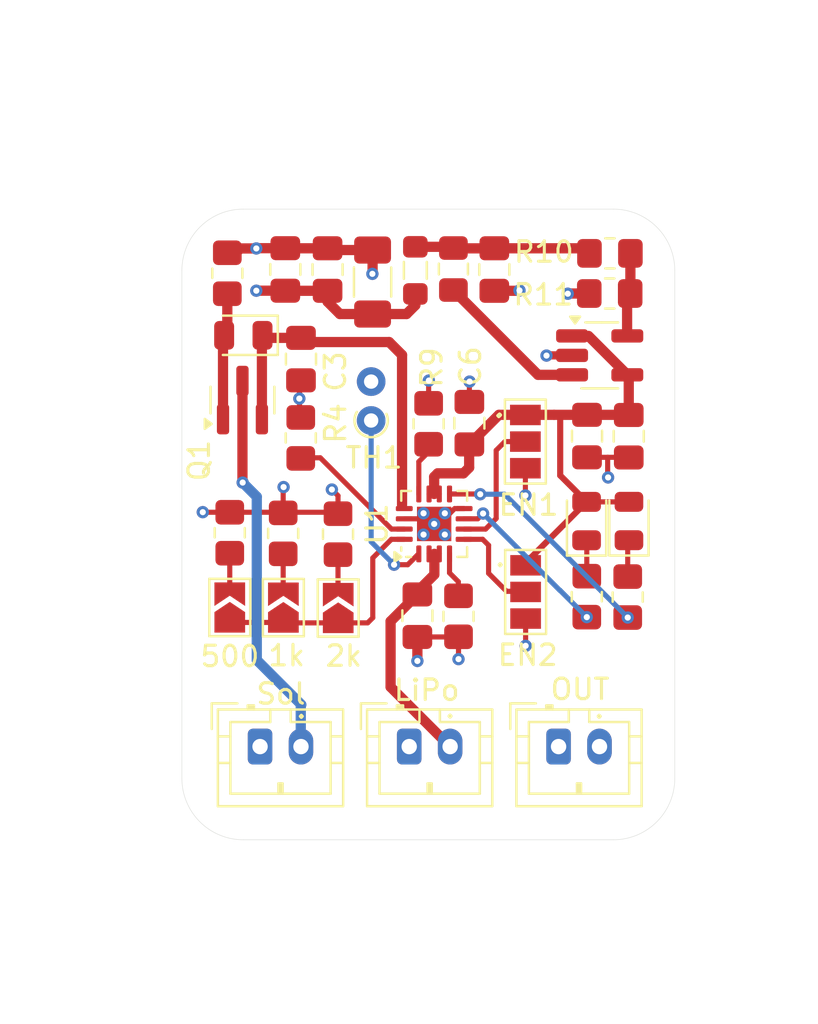
<source format=kicad_pcb>
(kicad_pcb (version 20240108) (generator "pcbnew") (generator_version "8.0")
  (layers (0 "F.Cu" signal) (1 "In1.Cu" signal) (2 "In2.Cu" signal) (31 "B.Cu" signal) (34 "B.Paste" user) (35 "F.Paste" user) (36 "B.SilkS" user "B.Silkscreen") (37 "F.SilkS" user "F.Silkscreen") (38 "B.Mask" user) (39 "F.Mask" user) (44 "Edge.Cuts" user))
  (net 0 "")
  (net 1 "/OUT")
  (net 2 "GND")
  (net 3 "/VLIPO")
  (net 4 "/VBUS")
  (net 5 "Net-(C4-Pad1)")
  (net 6 "+3.3V")
  (net 7 "Net-(D1-K)")
  (net 8 "Net-(D2-K)")
  (net 9 "Net-(JP1-B)")
  (net 10 "Net-(JP1-A)")
  (net 11 "Net-(JP2-B)")
  (net 12 "Net-(JP3-B)")
  (net 13 "Net-(JP4-C)")
  (net 14 "Net-(JP5-C)")
  (net 15 "Net-(U2-SW)")
  (net 16 "Net-(U1-ITERM)")
  (net 17 "Net-(U1-CE)")
  (net 18 "Net-(U1-CHG)")
  (net 19 "Net-(U1-PGOOD)")
  (net 20 "Net-(U1-ILIM)")
  (net 21 "Net-(U2-FB)")
  (net 22 "Net-(U1-TS)")
  (net 23 "Net-(D3-A)")
  (net 24 "Net-(J2-Pin_2)")
  (footprint "Resistor_SMD:R_0805_2012Metric_Pad1.20x1.40mm_HandSolder" (layer "F.Cu") (at 119.8 74.33 180)
    (property "Reference" "R11" (at 3.25 -0.06 180) (layer "F.SilkS"))
    (property "Value" "R" (hide yes))
    (pad "1" smd roundrect (at -1 0 180) (size 1.2 1.4) (layers "F.Cu" "F.Paste" "F.Mask") (roundrect_rratio 0.208333) (net 21 "Net-(U2-FB)"))
    (pad "2" smd roundrect (at 1 0 180) (size 1.2 1.4) (layers "F.Cu" "F.Paste" "F.Mask") (roundrect_rratio 0.208333) (net 2 "GND"))
  )
  (footprint "Package_TO_SOT_SMD:SOT-23-5_HandSoldering" (layer "F.Cu") (at 119.31 77.35)
    (property "Reference" "U2" (hide yes))
    (property "Value" "M3406-ADJ" (hide yes))
    (pad "1" smd roundrect (at -1.35 -0.95) (size 1.56 0.65) (layers "F.Cu" "F.Paste" "F.Mask") (net 1 "/OUT"))
    (pad "2" smd roundrect (at -1.35 0) (size 1.56 0.65) (layers "F.Cu" "F.Paste" "F.Mask") (net 2 "GND"))
    (pad "3" smd roundrect (at -1.35 0.95) (size 1.56 0.65) (layers "F.Cu" "F.Paste" "F.Mask") (net 15 "Net-(U2-SW)"))
    (pad "4" smd roundrect (at 1.35 0.95) (size 1.56 0.65) (layers "F.Cu" "F.Paste" "F.Mask") (net 1 "/OUT"))
    (pad "5" smd roundrect (at 1.35 -0.95) (size 1.56 0.65) (layers "F.Cu" "F.Paste" "F.Mask") (net 21 "Net-(U2-FB)"))
  )
  (footprint "Resistor_SMD:R_0805_2012Metric_Pad1.20x1.40mm_HandSolder" (layer "F.Cu") (at 103.84 86.04 -90)
    (property "Reference" "R2" (hide yes))
    (property "Value" "1k" (hide yes))
    (pad "1" smd roundrect (at -1 0 270) (size 1.2 1.4) (layers "F.Cu" "F.Paste" "F.Mask") (roundrect_rratio 0.208333) (net 2 "GND"))
    (pad "2" smd roundrect (at 1 0 270) (size 1.2 1.4) (layers "F.Cu" "F.Paste" "F.Mask") (roundrect_rratio 0.208333) (net 11 "Net-(JP2-B)"))
  )
  (footprint "Capacitor_SMD:C_0805_2012Metric_Pad1.18x1.45mm_HandSolder" (layer "F.Cu") (at 118.69 81.29 -90)
    (property "Reference" "C5" (hide yes))
    (property "Value" "0.1uF" (hide yes))
    (pad "1" smd roundrect (at -1.0375 0 270) (size 1.175 1.45) (layers "F.Cu" "F.Paste" "F.Mask") (roundrect_rratio 0.212766) (net 1 "/OUT"))
    (pad "2" smd roundrect (at 1.0375 0 270) (size 1.175 1.45) (layers "F.Cu" "F.Paste" "F.Mask") (roundrect_rratio 0.212766) (net 2 "GND"))
  )
  (footprint "Resistor_SMD:R_0805_2012Metric_Pad1.20x1.40mm_HandSolder" (layer "F.Cu") (at 110.95 80.69 -90)
    (property "Reference" "R9" (at -2.75 -0.15 90) (layer "F.SilkS"))
    (property "Value" "1k" (hide yes))
    (pad "1" smd roundrect (at -1 0 270) (size 1.2 1.4) (layers "F.Cu" "F.Paste" "F.Mask") (roundrect_rratio 0.208333) (net 2 "GND"))
    (pad "2" smd roundrect (at 1 0 270) (size 1.2 1.4) (layers "F.Cu" "F.Paste" "F.Mask") (roundrect_rratio 0.208333) (net 20 "Net-(U1-ILIM)"))
  )
  (footprint "Resistor_SMD:R_0805_2012Metric_Pad1.20x1.40mm_HandSolder" (layer "F.Cu") (at 120.68 89.15 90)
    (property "Reference" "R6" (hide yes))
    (property "Value" "10k" (hide yes))
    (pad "1" smd roundrect (at -1 0 90) (size 1.2 1.4) (layers "F.Cu" "F.Paste" "F.Mask") (roundrect_rratio 0.208333) (net 18 "Net-(U1-CHG)"))
    (pad "2" smd roundrect (at 1 0 90) (size 1.2 1.4) (layers "F.Cu" "F.Paste" "F.Mask") (roundrect_rratio 0.208333) (net 8 "Net-(D2-K)"))
  )
  (footprint "Capacitor_SMD:C_0805_2012Metric_Pad1.18x1.45mm_HandSolder" (layer "F.Cu") (at 104.71 77.5325 -90)
    (property "Reference" "C3" (at 0.6075 -1.68 90) (layer "F.SilkS"))
    (property "Value" "42uF" (hide yes))
    (pad "1" smd roundrect (at -1.0375 0 270) (size 1.175 1.45) (layers "F.Cu" "F.Paste" "F.Mask") (roundrect_rratio 0.212766) (net 4 "/VBUS"))
    (pad "2" smd roundrect (at 1.0375 0 270) (size 1.175 1.45) (layers "F.Cu" "F.Paste" "F.Mask") (roundrect_rratio 0.212766) (net 2 "GND"))
  )
  (footprint "Inductor_SMD:L_0805_2012Metric_Pad1.05x1.20mm_HandSolder" (layer "F.Cu") (at 110.3 73.2 -90)
    (property "Reference" "FB2" (hide yes))
    (property "Value" "FerriteBead_Small" (hide yes))
    (pad "1" smd roundrect (at -1.15 0 270) (size 1.05 1.2) (layers "F.Cu" "F.Paste" "F.Mask") (roundrect_rratio 0.238095) (net 5 "Net-(C4-Pad1)"))
    (pad "2" smd roundrect (at 1.15 0 270) (size 1.05 1.2) (layers "F.Cu" "F.Paste" "F.Mask") (roundrect_rratio 0.238095) (net 6 "+3.3V"))
  )
  (footprint "Connector_JST:JST_PH_B2B-PH-K_1x02_P2.00mm_Vertical" (layer "F.Cu") (at 102.71 96.45)
    (property "Reference" "J2" (hide yes))
    (property "Value" "Conn_01x02_Pin" (hide yes))
    (pad "1" thru_hole roundrect (at 0 0) (size 1.2 1.75) (drill 0.75) (layers "*.Cu" "*.Mask") (roundrect_rratio 0.208333) (net 2 "GND"))
    (pad "2" thru_hole oval (at 2 0) (size 1.2 1.75) (drill 0.75) (layers "*.Cu" "*.Mask") (net 24 "Net-(J2-Pin_2)"))
  )
  (footprint "Package_TO_SOT_SMD:SOT-23" (layer "F.Cu") (at 101.85 79.5325 90)
    (property "Reference" "Q1" (at -2.95 -2.12 -90) (layer "F.SilkS"))
    (property "Value" "AO3401A" (hide yes))
    (pad "1" smd roundrect (at -0.9375 -0.95 90) (size 1.475 0.6) (layers "F.Cu" "F.Paste" "F.Mask") (net 23 "Net-(D3-A)"))
    (pad "2" smd roundrect (at -0.9375 0.95 90) (size 1.475 0.6) (layers "F.Cu" "F.Paste" "F.Mask") (net 4 "/VBUS"))
    (pad "3" smd roundrect (at 0.9375 0 90) (size 1.475 0.6) (layers "F.Cu" "F.Paste" "F.Mask") (net 24 "Net-(J2-Pin_2)"))
  )
  (footprint "Diode_SMD:D_0805_2012Metric" (layer "F.Cu") (at 101.8925 76.37 180)
    (property "Reference" "D3" (hide yes))
    (property "Value" "D_Schottky" (hide yes))
    (pad "1" smd roundrect (at -0.9375 0 180) (size 0.975 1.4) (layers "F.Cu" "F.Paste" "F.Mask") (net 4 "/VBUS"))
    (pad "2" smd roundrect (at 0.9375 0 180) (size 0.975 1.4) (layers "F.Cu" "F.Paste" "F.Mask") (net 23 "Net-(D3-A)"))
  )
  (footprint "Capacitor_SMD:C_0805_2012Metric_Pad1.18x1.45mm_HandSolder" (layer "F.Cu") (at 103.945 73.155 90)
    (property "Reference" "C7" (hide yes))
    (property "Value" "1uF" (hide yes))
    (pad "1" smd roundrect (at -1.0375 0 90) (size 1.175 1.45) (layers "F.Cu" "F.Paste" "F.Mask") (roundrect_rratio 0.212766) (net 6 "+3.3V"))
    (pad "2" smd roundrect (at 1.0375 0 90) (size 1.175 1.45) (layers "F.Cu" "F.Paste" "F.Mask") (roundrect_rratio 0.212766) (net 2 "GND"))
  )
  (footprint "Package_DFN_QFN:VQFN-16-1EP_3x3mm_P0.5mm_EP1.68x1.68mm" (layer "F.Cu") (at 111.22 85.58 90)
    (property "Reference" "U1" (at -0.005 -2.8 90) (layer "F.SilkS"))
    (property "Value" "BQ24074" (hide yes))
    (pad "1" smd roundrect (at -1.4625 -0.75 90) (size 0.825 0.25) (layers "F.Cu" "F.Paste" "F.Mask") (net 22 "Net-(U1-TS)"))
    (pad "2" smd roundrect (at -1.4625 -0.25 90) (size 0.825 0.25) (layers "F.Cu" "F.Paste" "F.Mask") (net 3 "/VLIPO"))
    (pad "3" smd roundrect (at -1.4625 0.25 90) (size 0.825 0.25) (layers "F.Cu" "F.Paste" "F.Mask") (net 3 "/VLIPO"))
    (pad "4" smd roundrect (at -1.4625 0.75 90) (size 0.825 0.25) (layers "F.Cu" "F.Paste" "F.Mask") (net 17 "Net-(U1-CE)"))
    (pad "5" smd roundrect (at -0.75 1.4625 90) (size 0.25 0.825) (layers "F.Cu" "F.Paste" "F.Mask") (net 14 "Net-(JP5-C)"))
    (pad "6" smd roundrect (at -0.25 1.4625 90) (size 0.25 0.825) (layers "F.Cu" "F.Paste" "F.Mask") (net 13 "Net-(JP4-C)"))
    (pad "7" smd roundrect (at 0.25 1.4625 90) (size 0.25 0.825) (layers "F.Cu" "F.Paste" "F.Mask") (net 19 "Net-(U1-PGOOD)"))
    (pad "8" smd roundrect (at 0.75 1.4625 90) (size 0.25 0.825) (layers "F.Cu" "F.Paste" "F.Mask") (net 2 "GND"))
    (pad "9" smd roundrect (at 1.4625 0.75 90) (size 0.825 0.25) (layers "F.Cu" "F.Paste" "F.Mask") (net 18 "Net-(U1-CHG)"))
    (pad "10" smd roundrect (at 1.4625 0.25 90) (size 0.825 0.25) (layers "F.Cu" "F.Paste" "F.Mask") (net 1 "/OUT"))
    (pad "11" smd roundrect (at 1.4625 -0.25 90) (size 0.825 0.25) (layers "F.Cu" "F.Paste" "F.Mask") (net 1 "/OUT"))
    (pad "12" smd roundrect (at 1.4625 -0.75 90) (size 0.825 0.25) (layers "F.Cu" "F.Paste" "F.Mask") (net 20 "Net-(U1-ILIM)"))
    (pad "13" smd roundrect (at 0.75 -1.4625 90) (size 0.25 0.825) (layers "F.Cu" "F.Paste" "F.Mask") (net 4 "/VBUS"))
    (pad "14" smd roundrect (at 0.25 -1.4625 90) (size 0.25 0.825) (layers "F.Cu" "F.Paste" "F.Mask") (net 2 "GND"))
    (pad "15" smd roundrect (at -0.25 -1.4625 90) (size 0.25 0.825) (layers "F.Cu" "F.Paste" "F.Mask") (net 16 "Net-(U1-ITERM)"))
    (pad "16" smd roundrect (at -0.75 -1.4625 90) (size 0.25 0.825) (layers "F.Cu" "F.Paste" "F.Mask") (net 10 "Net-(JP1-A)"))
    (pad "17" smd rect (at 0 0 90) (size 1.68 1.68) (property pad_prop_heatsink) (layers "F.Cu" "F.Mask") (net 2 "GND"))
  )
  (footprint "Resistor_THT:R_Axial_DIN0204_L3.6mm_D1.6mm_P1.90mm_Vertical" (layer "F.Cu") (at 108.14 80.53 90)
    (property "Reference" "TH1" (at -1.82 0.14 0) (layer "F.SilkS"))
    (property "Value" "Thermistor" (hide yes))
    (pad "1" thru_hole circle (at 0 0 90) (size 1.4 1.4) (drill 0.7) (layers "*.Cu" "*.Mask") (net 22 "Net-(U1-TS)"))
    (pad "2" thru_hole oval (at 1.9 0 90) (size 1.4 1.4) (drill 0.7) (layers "*.Cu" "*.Mask") (net 2 "GND"))
  )
  (footprint "Capacitor_SMD:C_0805_2012Metric_Pad1.18x1.45mm_HandSolder" (layer "F.Cu") (at 120.73 81.2975 -90)
    (property "Reference" "C1" (hide yes))
    (property "Value" "4.7uF" (hide yes))
    (pad "1" smd roundrect (at -1.0375 0 270) (size 1.175 1.45) (layers "F.Cu" "F.Paste" "F.Mask") (roundrect_rratio 0.212766) (net 1 "/OUT"))
    (pad "2" smd roundrect (at 1.0375 0 270) (size 1.175 1.45) (layers "F.Cu" "F.Paste" "F.Mask") (roundrect_rratio 0.212766) (net 2 "GND"))
  )
  (footprint "Capacitor_SMD:C_0805_2012Metric_Pad1.18x1.45mm_HandSolder" (layer "F.Cu") (at 110.4 90.06 90)
    (property "Reference" "C2" (hide yes))
    (property "Value" "1uF" (hide yes))
    (pad "1" smd roundrect (at -1.0375 0 90) (size 1.175 1.45) (layers "F.Cu" "F.Paste" "F.Mask") (roundrect_rratio 0.212766) (net 2 "GND"))
    (pad "2" smd roundrect (at 1.0375 0 90) (size 1.175 1.45) (layers "F.Cu" "F.Paste" "F.Mask") (roundrect_rratio 0.212766) (net 3 "/VLIPO"))
  )
  (footprint "Capacitor_SMD:C_0805_2012Metric_Pad1.18x1.45mm_HandSolder" (layer "F.Cu") (at 114.16 73.16 -90)
    (property "Reference" "C4" (hide yes))
    (property "Value" "10uF" (hide yes))
    (pad "1" smd roundrect (at -1.0375 0 270) (size 1.175 1.45) (layers "F.Cu" "F.Paste" "F.Mask") (roundrect_rratio 0.212766) (net 5 "Net-(C4-Pad1)"))
    (pad "2" smd roundrect (at 1.0375 0 270) (size 1.175 1.45) (layers "F.Cu" "F.Paste" "F.Mask") (roundrect_rratio 0.212766) (net 2 "GND"))
  )
  (footprint "Capacitor_SMD:C_0805_2012Metric_Pad1.18x1.45mm_HandSolder" (layer "F.Cu") (at 112.94 80.66 -90)
    (property "Reference" "C6" (at -2.77 -0.05 90) (layer "F.SilkS"))
    (property "Value" "1uF" (hide yes))
    (pad "1" smd roundrect (at -1.0375 0 270) (size 1.175 1.45) (layers "F.Cu" "F.Paste" "F.Mask") (roundrect_rratio 0.212766) (net 2 "GND"))
    (pad "2" smd roundrect (at 1.0375 0 270) (size 1.175 1.45) (layers "F.Cu" "F.Paste" "F.Mask") (roundrect_rratio 0.212766) (net 1 "/OUT"))
  )
  (footprint "Resistor_SMD:R_0805_2012Metric_Pad1.20x1.40mm_HandSolder" (layer "F.Cu") (at 101.11 73.34 -90)
    (property "Reference" "R8" (hide yes))
    (property "Value" "100k" (hide yes))
    (pad "1" smd roundrect (at -1 0 270) (size 1.2 1.4) (layers "F.Cu" "F.Paste" "F.Mask") (roundrect_rratio 0.208333) (net 2 "GND"))
    (pad "2" smd roundrect (at 1 0 270) (size 1.2 1.4) (layers "F.Cu" "F.Paste" "F.Mask") (roundrect_rratio 0.208333) (net 23 "Net-(D3-A)"))
  )
  (footprint "Jumper:SolderJumper-3_P1.3mm_Open_Pad1.0x1.5mm_NumberLabels" (layer "F.Cu") (at 115.69 88.9 90)
    (property "Reference" "JP5" (hide yes))
    (property "Value" "SolderJumper_3_Open" (hide yes))
    (pad "1" smd rect (at -1.3 0 90) (size 1 1.5) (layers "F.Cu" "F.Mask") (net 2 "GND"))
    (pad "2" smd rect (at 0 0 90) (size 1 1.5) (layers "F.Cu" "F.Mask") (net 14 "Net-(JP5-C)"))
    (pad "3" smd rect (at 1.3 0 90) (size 1 1.5) (layers "F.Cu" "F.Mask") (net 1 "/OUT"))
  )
  (footprint "Jumper:SolderJumper-2_P1.3mm_Open_TrianglePad1.0x1.5mm" (layer "F.Cu") (at 103.85 89.665 90)
    (property "Reference" "JP2" (hide yes))
    (property "Value" "SolderJumper_2_Open" (hide yes))
    (pad "1" smd custom (at -0.725 0 90) (size 0.3 0.3) (layers "F.Cu" "F.Mask") (net 10 "Net-(JP1-A)") (options (clearance outline) (anchor rect)) (primitives (gr_poly (pts (xy 1 0) (xy 0.5 0.75) (xy -0.5 0.75) (xy -0.5 -0.75) (xy 0.5 -0.75)) (width 0) (fill yes))))
    (pad "2" smd custom (at 0.725 0 90) (size 0.3 0.3) (layers "F.Cu" "F.Mask") (net 11 "Net-(JP2-B)") (options (clearance outline) (anchor rect)) (primitives (gr_poly (pts (xy 0.5 0.75) (xy -0.65 0.75) (xy -0.15 0) (xy -0.65 -0.75) (xy 0.5 -0.75)) (width 0) (fill yes))))
  )
  (footprint "Capacitor_SMD:C_1206_3216Metric_Pad1.33x1.80mm_HandSolder" (layer "F.Cu") (at 108.21 73.77 90)
    (property "Reference" "C9" (hide yes))
    (property "Value" "100uF" (hide yes))
    (pad "1" smd roundrect (at -1.5625 0 90) (size 1.325 1.8) (layers "F.Cu" "F.Paste" "F.Mask") (roundrect_rratio 0.188679) (net 6 "+3.3V"))
    (pad "2" smd roundrect (at 1.5625 0 90) (size 1.325 1.8) (layers "F.Cu" "F.Paste" "F.Mask") (roundrect_rratio 0.188679) (net 2 "GND"))
  )
  (footprint "Resistor_SMD:R_0805_2012Metric_Pad1.20x1.40mm_HandSolder" (layer "F.Cu") (at 101.23 86.01 -90)
    (property "Reference" "R1" (hide yes))
    (property "Value" "590" (hide yes))
    (pad "1" smd roundrect (at -1 0 270) (size 1.2 1.4) (layers "F.Cu" "F.Paste" "F.Mask") (roundrect_rratio 0.208333) (net 2 "GND"))
    (pad "2" smd roundrect (at 1 0 270) (size 1.2 1.4) (layers "F.Cu" "F.Paste" "F.Mask") (roundrect_rratio 0.208333) (net 9 "Net-(JP1-B)"))
  )
  (footprint "LED_SMD:LED_0805_2012Metric" (layer "F.Cu") (at 118.67 85.44 90)
    (property "Reference" "D1" (hide yes))
    (property "Value" "LED" (hide yes))
    (pad "1" smd roundrect (at -0.9375 0 90) (size 0.975 1.4) (layers "F.Cu" "F.Paste" "F.Mask") (net 7 "Net-(D1-K)"))
    (pad "2" smd roundrect (at 0.9375 0 90) (size 0.975 1.4) (layers "F.Cu" "F.Paste" "F.Mask") (net 1 "/OUT"))
  )
  (footprint "Jumper:SolderJumper-2_P1.3mm_Open_TrianglePad1.0x1.5mm" (layer "F.Cu") (at 106.53 89.685 90)
    (property "Reference" "JP3" (hide yes))
    (property "Value" "SolderJumper_2_Open" (hide yes))
    (pad "1" smd custom (at -0.725 0 90) (size 0.3 0.3) (layers "F.Cu" "F.Mask") (net 10 "Net-(JP1-A)") (options (clearance outline) (anchor rect)) (primitives (gr_poly (pts (xy 1 0) (xy 0.5 0.75) (xy -0.5 0.75) (xy -0.5 -0.75) (xy 0.5 -0.75)) (width 0) (fill yes))))
    (pad "2" smd custom (at 0.725 0 90) (size 0.3 0.3) (layers "F.Cu" "F.Mask") (net 12 "Net-(JP3-B)") (options (clearance outline) (anchor rect)) (primitives (gr_poly (pts (xy 0.5 0.75) (xy -0.65 0.75) (xy -0.15 0) (xy -0.65 -0.75) (xy 0.5 -0.75)) (width 0) (fill yes))))
  )
  (footprint "Resistor_SMD:R_0805_2012Metric_Pad1.20x1.40mm_HandSolder" (layer "F.Cu") (at 119.81 72.37)
    (property "Reference" "R10" (at -3.23 -0.07 180) (layer "F.SilkS"))
    (property "Value" "R" (hide yes))
    (pad "1" smd roundrect (at -1 0) (size 1.2 1.4) (layers "F.Cu" "F.Paste" "F.Mask") (roundrect_rratio 0.208333) (net 5 "Net-(C4-Pad1)"))
    (pad "2" smd roundrect (at 1 0) (size 1.2 1.4) (layers "F.Cu" "F.Paste" "F.Mask") (roundrect_rratio 0.208333) (net 21 "Net-(U2-FB)"))
  )
  (footprint "Resistor_SMD:R_0805_2012Metric_Pad1.20x1.40mm_HandSolder" (layer "F.Cu") (at 106.52 86.08 -90)
    (property "Reference" "R3" (hide yes))
    (property "Value" "2k" (hide yes))
    (pad "1" smd roundrect (at -1 0 270) (size 1.2 1.4) (layers "F.Cu" "F.Paste" "F.Mask") (roundrect_rratio 0.208333) (net 2 "GND"))
    (pad "2" smd roundrect (at 1 0 270) (size 1.2 1.4) (layers "F.Cu" "F.Paste" "F.Mask") (roundrect_rratio 0.208333) (net 12 "Net-(JP3-B)"))
  )
  (footprint "Connector_JST:JST_PH_B2B-PH-K_1x02_P2.00mm_Vertical" (layer "F.Cu") (at 117.3 96.45)
    (property "Reference" "J3" (hide yes))
    (property "Value" "Conn_01x02_Pin" (hide yes))
    (pad "1" thru_hole roundrect (at 0 0) (size 1.2 1.75) (drill 0.75) (layers "*.Cu" "*.Mask") (roundrect_rratio 0.208333) (net 2 "GND"))
    (pad "2" thru_hole oval (at 2 0) (size 1.2 1.75) (drill 0.75) (layers "*.Cu" "*.Mask") (net 6 "+3.3V"))
  )
  (footprint "Jumper:SolderJumper-2_P1.3mm_Open_TrianglePad1.0x1.5mm" (layer "F.Cu") (at 101.23 89.66 90)
    (property "Reference" "JP1" (hide yes))
    (property "Value" "SolderJumper_2_Open" (hide yes))
    (pad "1" smd custom (at -0.725 0 90) (size 0.3 0.3) (layers "F.Cu" "F.Mask") (net 10 "Net-(JP1-A)") (options (clearance outline) (anchor rect)) (primitives (gr_poly (pts (xy 1 0) (xy 0.5 0.75) (xy -0.5 0.75) (xy -0.5 -0.75) (xy 0.5 -0.75)) (width 0) (fill yes))))
    (pad "2" smd custom (at 0.725 0 90) (size 0.3 0.3) (layers "F.Cu" "F.Mask") (net 9 "Net-(JP1-B)") (options (clearance outline) (anchor rect)) (primitives (gr_poly (pts (xy 0.5 0.75) (xy -0.65 0.75) (xy -0.15 0) (xy -0.65 -0.75) (xy 0.5 -0.75)) (width 0) (fill yes))))
  )
  (footprint "Connector_JST:JST_PH_B2B-PH-K_1x02_P2.00mm_Vertical" (layer "F.Cu") (at 110 96.45)
    (property "Reference" "J1" (hide yes))
    (property "Value" "Conn_01x02_Pin" (hide yes))
    (pad "1" thru_hole roundrect (at 0 0) (size 1.2 1.75) (drill 0.75) (layers "*.Cu" "*.Mask") (roundrect_rratio 0.208333) (net 2 "GND"))
    (pad "2" thru_hole oval (at 2 0) (size 1.2 1.75) (drill 0.75) (layers "*.Cu" "*.Mask") (net 3 "/VLIPO"))
  )
  (footprint "Resistor_SMD:R_0805_2012Metric_Pad1.20x1.40mm_HandSolder" (layer "F.Cu") (at 118.68 89.13 90)
    (property "Reference" "R7" (hide yes))
    (property "Value" "10k" (hide yes))
    (pad "1" smd roundrect (at -1 0 90) (size 1.2 1.4) (layers "F.Cu" "F.Paste" "F.Mask") (roundrect_rratio 0.208333) (net 19 "Net-(U1-PGOOD)"))
    (pad "2" smd roundrect (at 1 0 90) (size 1.2 1.4) (layers "F.Cu" "F.Paste" "F.Mask") (roundrect_rratio 0.208333) (net 7 "Net-(D1-K)"))
  )
  (footprint "Capacitor_SMD:C_0805_2012Metric_Pad1.18x1.45mm_HandSolder" (layer "F.Cu") (at 106.01 73.16 90)
    (property "Reference" "C8" (hide yes))
    (property "Value" "0.1uF" (hide yes))
    (pad "1" smd roundrect (at -1.0375 0 90) (size 1.175 1.45) (layers "F.Cu" "F.Paste" "F.Mask") (roundrect_rratio 0.212766) (net 6 "+3.3V"))
    (pad "2" smd roundrect (at 1.0375 0 90) (size 1.175 1.45) (layers "F.Cu" "F.Paste" "F.Mask") (roundrect_rratio 0.212766) (net 2 "GND"))
  )
  (footprint "Inductor_SMD:L_0805_2012Metric_Pad1.15x1.40mm_HandSolder" (layer "F.Cu") (at 112.16 73.135 90)
    (property "Reference" "L1" (hide yes))
    (property "Value" "2.2uH" (hide yes))
    (pad "1" smd roundrect (at -1.025 0 90) (size 1.15 1.4) (layers "F.Cu" "F.Paste" "F.Mask") (roundrect_rratio 0.217391) (net 15 "Net-(U2-SW)"))
    (pad "2" smd roundrect (at 1.025 0 90) (size 1.15 1.4) (layers "F.Cu" "F.Paste" "F.Mask") (roundrect_rratio 0.217391) (net 5 "Net-(C4-Pad1)"))
  )
  (footprint "LED_SMD:LED_0805_2012Metric" (layer "F.Cu") (at 120.74 85.4375 90)
    (property "Reference" "D2" (hide yes))
    (property "Value" "LED" (hide yes))
    (pad "1" smd roundrect (at -0.9375 0 90) (size 0.975 1.4) (layers "F.Cu" "F.Paste" "F.Mask") (net 8 "Net-(D2-K)"))
    (pad "2" smd roundrect (at 0.9375 0 90) (size 0.975 1.4) (layers "F.Cu" "F.Paste" "F.Mask") (net 1 "/OUT"))
  )
  (footprint "Jumper:SolderJumper-3_P1.3mm_Open_Pad1.0x1.5mm_NumberLabels" (layer "F.Cu") (at 115.6775 81.56 90)
    (property "Reference" "JP4" (hide yes))
    (property "Value" "SolderJumper_3_Open" (hide yes))
    (pad "1" smd rect (at -1.3 0 90) (size 1 1.5) (layers "F.Cu" "F.Mask") (net 2 "GND"))
    (pad "2" smd rect (at 0 0 90) (size 1 1.5) (layers "F.Cu" "F.Mask") (net 13 "Net-(JP4-C)"))
    (pad "3" smd rect (at 1.3 0 90) (size 1 1.5) (layers "F.Cu" "F.Mask") (net 1 "/OUT"))
  )
  (footprint "Resistor_SMD:R_0805_2012Metric_Pad1.20x1.40mm_HandSolder" (layer "F.Cu") (at 112.41 90.09 -90)
    (property "Reference" "R5" (hide yes))
    (property "Value" "10k" (hide yes))
    (pad "1" smd roundrect (at -1 0 270) (size 1.2 1.4) (layers "F.Cu" "F.Paste" "F.Mask") (roundrect_rratio 0.208333) (net 17 "Net-(U1-CE)"))
    (pad "2" smd roundrect (at 1 0 270) (size 1.2 1.4) (layers "F.Cu" "F.Paste" "F.Mask") (roundrect_rratio 0.208333) (net 2 "GND"))
  )
  (footprint "Resistor_SMD:R_0805_2012Metric_Pad1.20x1.40mm_HandSolder" (layer "F.Cu") (at 104.7 81.38 90)
    (property "Reference" "R4" (at 0.71 1.7 90) (layer "F.SilkS"))
    (property "Value" "10k" (hide yes))
    (pad "1" smd roundrect (at -1 0 90) (size 1.2 1.4) (layers "F.Cu" "F.Paste" "F.Mask") (roundrect_rratio 0.208333) (net 16 "Net-(U1-ITERM)"))
    (pad "2" smd roundrect (at 1 0 90) (size 1.2 1.4) (layers "F.Cu" "F.Paste" "F.Mask") (roundrect_rratio 0.208333) (net 2 "GND"))
  )
  (gr_line (start 119.98 101) (end 101.89 101) (stroke (width 0.02)) (layer "Edge.Cuts"))
  (gr_line (start 101.89 70.21) (end 119.98 70.21) (stroke (width 0.02)) (layer "Edge.Cuts"))
  (gr_arc (start 119.98 70.21) (mid 122.10132 71.08868) (end 122.98 73.21) (stroke (width 0.02)) (layer "Edge.Cuts"))
  (gr_line (start 122.98 73.21) (end 122.98 98) (stroke (width 0.02)) (layer "Edge.Cuts"))
  (gr_arc (start 101.89 101) (mid 99.76868 100.12132) (end 98.89 98) (stroke (width 0.02)) (layer "Edge.Cuts"))
  (gr_arc (start 98.89 73.21) (mid 99.76868 71.08868) (end 101.89 70.21) (stroke (width 0.02)) (layer "Edge.Cuts"))
  (gr_arc (start 122.98 98) (mid 122.10132 100.12132) (end 119.98 101) (stroke (width 0.02)) (layer "Edge.Cuts"))
  (gr_line (start 98.89 98) (end 98.89 73.21) (stroke (width 0.02)) (layer "Edge.Cuts"))
  (gr_text "EN2" (at 114.24 92.57 0) (layer "F.SilkS") (effects (font (size 1 1)) (justify left bottom)))
  (gr_text "." (at 111.66 95.14 0) (layer "F.SilkS") (effects (font (size 1 1)) (justify left bottom)))
  (gr_text "OUT" (at 116.82 94.24 0) (layer "F.SilkS") (effects (font (size 1 1) (thickness 0.153)) (justify left bottom)))
  (gr_text "2k" (at 105.82 92.61 0) (layer "F.SilkS") (effects (font (size 1 1)) (justify left bottom)))
  (gr_text "." (at 118.95 95.15 0) (layer "F.SilkS") (effects (font (size 1 1)) (justify left bottom)))
  (gr_text "Sol" (at 102.44 94.46 0) (layer "F.SilkS") (effects (font (size 1 1) (thickness 0.153)) (justify left bottom)))
  (gr_text "." (at 114.08 80.44 0) (layer "F.SilkS") (effects (font (size 1 1)) (justify left bottom)))
  (gr_text "EN1" (at 114.28 85.24 0) (layer "F.SilkS") (effects (font (size 1 1)) (justify left bottom)))
  (gr_text "1k" (at 103.03 92.59 0) (layer "F.SilkS") (effects (font (size 1 1)) (justify left bottom)))
  (gr_text "." (at 114.11 87.75 0) (layer "F.SilkS") (effects (font (size 1 1)) (justify left bottom)))
  (gr_text "." (at 114.04 80.47 0) (layer "F.SilkS") (effects (font (size 1 1)) (justify left bottom)))
  (gr_text "." (at 104.39 95.15 0) (layer "F.SilkS") (effects (font (size 1 1)) (justify left bottom)))
  (gr_text "LiPo" (at 109.16 94.28 0) (layer "F.SilkS") (effects (font (size 1 1) (thickness 0.153)) (justify left bottom)))
  (gr_text "500" (at 99.71 92.63 0) (layer "F.SilkS") (effects (font (size 1 1)) (justify left bottom)))
  (segment (start 120.73 80.26) (end 120.73 78.37) (width 0.5) (layer "F.Cu") (net 1))
  (segment (start 111.39 83.11) (end 112.65 83.11) (width 0.5) (layer "F.Cu") (net 1))
  (segment (start 117.96 76.4) (end 118.76 76.4) (width 0.4) (layer "F.Cu") (net 1))
  (segment (start 118.67 84.5025) (end 120.68 84.5025) (width 0.25) (layer "F.Cu") (net 1))
  (segment (start 111.22 83.28) (end 111.22 84.1175) (width 0.5) (layer "F.Cu") (net 1))
  (segment (start 118.76 76.4) (end 120.66 78.3) (width 0.5) (layer "F.Cu") (net 1))
  (segment (start 117.08 80.2525) (end 118.69 80.2525) (width 0.5) (layer "F.Cu") (net 1))
  (segment (start 111.22 84.1175) (end 111.47 84.1175) (width 0.25) (layer "F.Cu") (net 1))
  (segment (start 112.65 83.11) (end 112.93 82.83) (width 0.5) (layer "F.Cu") (net 1))
  (segment (start 118.67 84.5025) (end 115.81 87.3625) (width 0.3) (layer "F.Cu") (net 1))
  (segment (start 111.39 83.11) (end 111.22 83.28) (width 0.5) (layer "F.Cu") (net 1))
  (segment (start 117.08 80.2525) (end 117.38 80.2525) (width 0.3) (layer "F.Cu") (net 1))
  (segment (start 115.7625 80.2525) (end 117.08 80.2525) (width 0.5) (layer "F.Cu") (net 1))
  (segment (start 114.385 80.2525) (end 112.94 81.6975) (width 0.5) (layer "F.Cu") (net 1))
  (segment (start 118.69 80.2525) (end 120.7225 80.2525) (width 0.5) (layer "F.Cu") (net 1))
  (segment (start 117.38 80.2525) (end 117.38 83.2125) (width 0.3) (layer "F.Cu") (net 1))
  (segment (start 112.93 81.695) (end 112.93 82.83) (width 0.5) (layer "F.Cu") (net 1))
  (segment (start 115.5925 80.2525) (end 114.385 80.2525) (width 0.5) (layer "F.Cu") (net 1))
  (segment (start 117.38 83.2125) (end 118.67 84.5025) (width 0.3) (layer "F.Cu") (net 1))
  (segment (start 110.97 84.1175) (end 111.22 84.1175) (width 0.25) (layer "F.Cu") (net 1))
  (segment (start 119.7 82.3275) (end 120.7225 82.3275) (width 0.25) (layer "F.Cu") (net 2))
  (segment (start 112.94 78.64) (end 112.95 78.63) (width 0.25) (layer "F.Cu") (net 2))
  (segment (start 110.43 85.33) (end 110.63 85.13) (width 0.25) (layer "F.Cu") (net 2))
  (segment (start 116.72 77.35) (end 116.71 77.36) (width 0.25) (layer "F.Cu") (net 2))
  (segment (start 108.21 73.36) (end 108.2 73.37) (width 0.5) (layer "F.Cu") (net 2))
  (segment (start 110.95 78.59) (end 110.96 78.58) (width 0.25) (layer "F.Cu") (net 2))
  (segment (start 118.8 74.33) (end 117.76 74.33) (width 0.5) (layer "F.Cu") (net 2))
  (segment (start 101.23 85.01) (end 99.915 85.01) (width 0.25) (layer "F.Cu") (net 2))
  (segment (start 115.3725 74.1975) (end 115.39 74.18) (width 0.5) (layer "F.Cu") (net 2))
  (segment (start 102.52125 72.13) (end 102.53375 72.1175) (width 0.5) (layer "F.Cu") (net 2))
  (segment (start 99.915 85.01) (end 99.91 85.005) (width 0.25) (layer "F.Cu") (net 2))
  (segment (start 101.23 85.01) (end 106.45 85.01) (width 0.25) (layer "F.Cu") (net 2))
  (segment (start 110.4 91.0975) (end 110.4 92.27) (width 0.5) (layer "F.Cu") (net 2))
  (segment (start 111.98974 85.06) (end 111.74 85.06) (width 0.25) (layer "F.Cu") (net 2))
  (segment (start 106.52 84.2) (end 106.22 83.9) (width 0.25) (layer "F.Cu") (net 2))
  (segment (start 106.01 72.1225) (end 103.95 72.1225) (width 0.5) (layer "F.Cu") (net 2))
  (segment (start 109.77 85.33) (end 110.43 85.33) (width 0.25) (layer "F.Cu") (net 2))
  (segment (start 103.84 85.04) (end 103.84 83.8) (width 0.25) (layer "F.Cu") (net 2))
  (segment (start 101.74 72.13) (end 102.5275 72.13) (width 0.5) (layer "F.Cu") (net 2))
  (segment (start 108.21 72.2075) (end 106.095 72.2075) (width 0.5) (layer "F.Cu") (net 2))
  (segment (start 108.21 72.2075) (end 108.21 73.36) (width 0.5) (layer "F.Cu") (net 2))
  (segment (start 112.6825 84.83) (end 112.21974 84.83) (width 0.25) (layer "F.Cu") (net 2))
  (segment (start 112.94 79.6225) (end 112.94 78.64) (width 0.25) (layer "F.Cu") (net 2))
  (segment (start 118.69 82.3275) (end 119.7 82.3275) (width 0.25) (layer "F.Cu") (net 2))
  (segment (start 115.6775 84.1875) (end 115.68 84.19) (width 0.25) (layer "F.Cu") (net 2))
  (segment (start 110.95 79.69) (end 110.95 78.59) (width 0.25) (layer "F.Cu") (net 2))
  (segment (start 104.64 79.45) (end 104.64 78.64) (width 0.25) (layer "F.Cu") (net 2))
  (segment (start 104.63 79.46) (end 104.64 79.45) (width 0.25) (layer "F.Cu") (net 2))
  (segment (start 101.53 72.34) (end 101.74 72.13) (width 0.5) (layer "F.Cu") (net 2))
  (segment (start 104.64 80.35) (end 104.64 79.47) (width 0.25) (layer "F.Cu") (net 2))
  (segment (start 102.6225 72.1175) (end 103.945 72.1175) (width 0.5) (layer "F.Cu") (net 2))
  (segment (start 106.52 85.08) (end 106.52 84.2) (width 0.25) (layer "F.Cu") (net 2))
  (segment (start 110.4 91.0975) (end 112.4025 91.0975) (width 0.25) (layer "F.Cu") (net 2))
  (segment (start 103.84 83.8) (end 103.86 83.78) (width 0.25) (layer "F.Cu") (net 2))
  (segment (start 114.16 74.1975) (end 115.3725 74.1975) (width 0.5) (layer "F.Cu") (net 2))
  (segment (start 117.96 77.35) (end 116.72 77.35) (width 0.4) (layer "F.Cu") (net 2))
  (segment (start 112.41 91.09) (end 112.41 92.18) (width 0.25) (layer "F.Cu") (net 2))
  (segment (start 115.6775 82.86) (end 115.6775 84.1875) (width 0.25) (layer "F.Cu") (net 2))
  (segment (start 104.64 79.47) (end 104.63 79.46) (width 0.25) (layer "F.Cu") (net 2))
  (segment (start 112.21974 84.83) (end 111.98974 85.06) (width 0.25) (layer "F.Cu") (net 2))
  (segment (start 119.7 82.3275) (end 119.7 83.29) (width 0.25) (layer "F.Cu") (net 2))
  (segment (start 119.7 83.29) (end 119.72 83.31) (width 0.25) (layer "F.Cu") (net 2))
  (segment (start 117.76 74.33) (end 117.75 74.34) (width 0.5) (layer "F.Cu") (net 2))
  (segment (start 115.69 90.2) (end 115.69 91.53) (width 0.25) (layer "F.Cu") (net 2))
  (via (at 115.39 74.18) (size 0.6) (drill 0.3) (layers "F.Cu" "B.Cu") (net 2))
  (via (at 110.96 78.58) (size 0.6) (drill 0.3) (layers "F.Cu" "B.Cu") (net 2))
  (via (at 117.75 74.34) (size 0.6) (drill 0.3) (layers "F.Cu" "B.Cu") (net 2))
  (via (at 111.74 86.1) (size 0.6) (drill 0.3) (layers "F.Cu" "B.Cu") (net 2))
  (via (at 119.72 83.31) (size 0.6) (drill 0.3) (layers "F.Cu" "B.Cu") (net 2))
  (via (at 115.68 84.19) (size 0.6) (drill 0.3) (layers "F.Cu" "B.Cu") (net 2))
  (via (at 112.95 78.63) (size 0.6) (drill 0.3) (layers "F.Cu" "B.Cu") (net 2))
  (via (at 111.22 85.58) (size 0.6) (drill 0.3) (layers "F.Cu" "B.Cu") (net 2))
  (via (at 103.86 83.78) (size 0.6) (drill 0.3) (layers "F.Cu" "B.Cu") (net 2))
  (via (at 111.74 85.06) (size 0.6) (drill 0.3) (layers "F.Cu" "B.Cu") (net 2))
  (via (at 99.91 85.005) (size 0.6) (drill 0.3) (layers "F.Cu" "B.Cu") (net 2))
  (via (at 112.41 92.18) (size 0.6) (drill 0.3) (layers "F.Cu" "B.Cu") (net 2))
  (via (at 108.2 73.37) (size 0.6) (drill 0.3) (layers "F.Cu" "B.Cu") (net 2))
  (via (at 110.7 85.06) (size 0.6) (drill 0.3) (layers "F.Cu" "B.Cu") (net 2))
  (via (at 115.69 91.53) (size 0.6) (drill 0.3) (layers "F.Cu" "B.Cu") (net 2))
  (via (at 106.22 83.9) (size 0.6) (drill 0.3) (layers "F.Cu" "B.Cu") (net 2))
  (via (at 110.4 92.27) (size 0.6) (drill 0.3) (layers "F.Cu" "B.Cu") (net 2))
  (via (at 104.63 79.46) (size 0.6) (drill 0.3) (layers "F.Cu" "B.Cu") (net 2))
  (via (at 110.7 86.1) (size 0.6) (drill 0.3) (layers "F.Cu" "B.Cu") (net 2))
  (via (at 116.71 77.36) (size 0.6) (drill 0.3) (layers "F.Cu" "B.Cu") (net 2))
  (via (at 102.5275 72.13) (size 0.6) (drill 0.3) (layers "F.Cu" "B.Cu") (net 2))
  (segment (start 111.23 88.05) (end 111.22 88.06) (width 0.25) (layer "F.Cu") (net 3))
  (segment (start 111.23 87.04) (end 111.23 88.05) (width 0.5) (layer "F.Cu") (net 3))
  (segment (start 109.09 90.3325) (end 109.09 93.54) (width 0.5) (layer "F.Cu") (net 3))
  (segment (start 110.4 89.0225) (end 109.09 90.3325) (width 0.5) (layer "F.Cu") (net 3))
  (segment (start 111.22 87.03) (end 111.23 87.04) (width 0.25) (layer "F.Cu") (net 3))
  (segment (start 111.22 87.03) (end 110.97 87.03) (width 0.25) (layer "F.Cu") (net 3))
  (segment (start 111.22 88.06) (end 110.4 88.88) (width 0.5) (layer "F.Cu") (net 3))
  (segment (start 109.09 93.54) (end 112 96.45) (width 0.5) (layer "F.Cu") (net 3))
  (segment (start 111.22 87.03) (end 111.47 87.03) (width 0.25) (layer "F.Cu") (net 3))
  (segment (start 102.8 80.47) (end 102.8 76.4) (width 0.5) (layer "F.Cu") (net 4))
  (segment (start 109.02 76.7) (end 109.65 77.33) (width 0.5) (layer "F.Cu") (net 4))
  (segment (start 105.155 76.7) (end 109.02 76.7) (width 0.5) (layer "F.Cu") (net 4))
  (segment (start 104.71 76.495) (end 102.865 76.495) (width 0.5) (layer "F.Cu") (net 4))
  (segment (start 109.65 77.33) (end 109.65 84.65) (width 0.5) (layer "F.Cu") (net 4))
  (segment (start 114.16 72.1225) (end 118.5625 72.1225) (width 0.5) (layer "F.Cu") (net 5))
  (segment (start 110.3 72.05) (end 112.095 72.05) (width 0.5) (layer "F.Cu") (net 5))
  (segment (start 112.17 72.125) (end 114.1425 72.125) (width 0.5) (layer "F.Cu") (net 5))
  (segment (start 110.3 74.9) (end 109.8675 75.3325) (width 0.5) (layer "F.Cu") (net 6))
  (segment (start 106.01 74.73) (end 106.01 74.1975) (width 0.5) (layer "F.Cu") (net 6))
  (segment (start 102.5275 74.1925) (end 103.945 74.1925) (width 0.5) (layer "F.Cu") (net 6))
  (segment (start 109.8675 75.3325) (end 108.21 75.3325) (width 0.5) (layer "F.Cu") (net 6))
  (segment (start 106.01 74.1975) (end 103.95 74.1975) (width 0.5) (layer "F.Cu") (net 6))
  (segment (start 108.21 75.3325) (end 106.6125 75.3325) (width 0.5) (layer "F.Cu") (net 6))
  (segment (start 110.3 74.35) (end 110.3 74.9) (width 0.5) (layer "F.Cu") (net 6))
  (segment (start 106.6125 75.3325) (end 106.01 74.73) (width 0.5) (layer "F.Cu") (net 6))
  (via (at 102.5275 74.1925) (size 0.6) (drill 0.3) (layers "F.Cu" "B.Cu") (net 6))
  (segment (start 118.68 88.13) (end 118.68 86.3975) (width 0.25) (layer "F.Cu") (net 7))
  (segment (start 120.68 88.15) (end 120.68 86.4075) (width 0.25) (layer "F.Cu") (net 8))
  (segment (start 101.23 87.01) (end 101.23 88.935) (width 0.25) (layer "F.Cu") (net 9))
  (segment (start 108.22 87.24) (end 109.13 86.33) (width 0.25) (layer "F.Cu") (net 10))
  (segment (start 106.53 90.41) (end 107.97 90.41) (width 0.25) (layer "F.Cu") (net 10))
  (segment (start 108.22 90.16) (end 108.22 87.24) (width 0.25) (layer "F.Cu") (net 10))
  (segment (start 103.85 90.39) (end 101.235 90.39) (width 0.25) (layer "F.Cu") (net 10))
  (segment (start 109.13 86.33) (end 109.77 86.33) (width 0.25) (layer "F.Cu") (net 10))
  (segment (start 106.53 90.41) (end 103.87 90.41) (width 0.25) (layer "F.Cu") (net 10))
  (segment (start 107.97 90.41) (end 108.22 90.16) (width 0.25) (layer "F.Cu") (net 10))
  (segment (start 103.84 87.04) (end 103.84 88.93) (width 0.25) (layer "F.Cu") (net 11))
  (segment (start 106.52 87.08) (end 106.52 88.95) (width 0.25) (layer "F.Cu") (net 12))
  (segment (start 113.734264 85.83) (end 114.25 85.314264) (width 0.25) (layer "F.Cu") (net 13))
  (segment (start 114.6775 81.56) (end 115.6775 81.56) (width 0.25) (layer "F.Cu") (net 13))
  (segment (start 112.6825 85.83) (end 113.734264 85.83) (width 0.25) (layer "F.Cu") (net 13))
  (segment (start 114.25 85.314264) (end 114.25 81.9875) (width 0.25) (layer "F.Cu") (net 13))
  (segment (start 114.25 81.9875) (end 114.6775 81.56) (width 0.25) (layer "F.Cu") (net 13))
  (segment (start 114.76 88.87) (end 113.88 87.99) (width 0.25) (layer "F.Cu") (net 14))
  (segment (start 113.88 86.62) (end 113.59 86.33) (width 0.25) (layer "F.Cu") (net 14))
  (segment (start 113.88 87.99) (end 113.88 86.62) (width 0.25) (layer "F.Cu") (net 14))
  (segment (start 113.59 86.33) (end 112.6825 86.33) (width 0.25) (layer "F.Cu") (net 14))
  (segment (start 115.81 88.87) (end 114.76 88.87) (width 0.25) (layer "F.Cu") (net 14))
  (segment (start 117.96 78.3) (end 116.295 78.3) (width 0.5) (layer "F.Cu") (net 15))
  (segment (start 116.295 78.3) (end 112.17 74.175) (width 0.5) (layer "F.Cu") (net 15))
  (segment (start 105.654239 82.35) (end 104.64 82.35) (width 0.25) (layer "F.Cu") (net 16))
  (segment (start 109.134239 85.83) (end 105.654239 82.35) (width 0.25) (layer "F.Cu") (net 16))
  (segment (start 109.77 85.83) (end 109.134239 85.83) (width 0.25) (layer "F.Cu") (net 16))
  (segment (start 112.4 89.03) (end 112.4 88.4) (width 0.25) (layer "F.Cu") (net 17))
  (segment (start 112.4 88.4) (end 111.97 87.97) (width 0.25) (layer "F.Cu") (net 17))
  (segment (start 111.97 87.97) (end 111.97 87.03) (width 0.25) (layer "F.Cu") (net 17))
  (segment (start 113.4575 84.1175) (end 113.47 84.13) (width 0.25) (layer "F.Cu") (net 18))
  (segment (start 111.97 84.1175) (end 113.4575 84.1175) (width 0.25) (layer "F.Cu") (net 18))
  (via (at 120.68 90.15) (size 0.6) (drill 0.3) (layers "F.Cu" "B.Cu") (net 18))
  (via (at 113.47 84.13) (size 0.6) (drill 0.3) (layers "F.Cu" "B.Cu") (net 18))
  (segment (start 113.47 84.13) (end 114.66 84.13) (width 0.25) (layer "B.Cu") (net 18))
  (segment (start 114.66 84.13) (end 120.68 90.15) (width 0.25) (layer "B.Cu") (net 18))
  (segment (start 112.67 85.33) (end 113.35038 85.33) (width 0.25) (layer "F.Cu") (net 19))
  (segment (start 113.35038 85.33) (end 113.61 85.07038) (width 0.25) (layer "F.Cu") (net 19))
  (via (at 118.68 90.13) (size 0.6) (drill 0.3) (layers "F.Cu" "B.Cu") (net 19))
  (via (at 113.61 85.07038) (size 0.6) (drill 0.3) (layers "F.Cu" "B.Cu") (net 19))
  (segment (start 117.37038 88.82038) (end 118.68 90.13) (width 0.25) (layer "B.Cu") (net 19))
  (segment (start 117.36 88.82038) (end 117.37038 88.82038) (width 0.25) (layer "B.Cu") (net 19))
  (segment (start 113.61 85.07038) (end 117.36 88.82038) (width 0.25) (layer "B.Cu") (net 19))
  (segment (start 111.11 81.9) (end 110.47 82.54) (width 0.25) (layer "F.Cu") (net 20))
  (segment (start 110.47 82.54) (end 110.47 84.13) (width 0.25) (layer "F.Cu") (net 20))
  (segment (start 120.65 76.39) (end 120.65 74.48) (width 0.5) (layer "F.Cu") (net 21))
  (segment (start 120.81 72.37) (end 120.81 74.32) (width 0.5) (layer "F.Cu") (net 21))
  (segment (start 109.93 87.57) (end 110.47 87.03) (width 0.25) (layer "F.Cu") (net 22))
  (segment (start 109.26 87.57) (end 109.93 87.57) (width 0.25) (layer "F.Cu") (net 22))
  (via (at 109.26 87.57) (size 0.6) (drill 0.3) (layers "F.Cu" "B.Cu") (net 22))
  (segment (start 108.14 86.45) (end 109.26 87.57) (width 0.25) (layer "B.Cu") (net 22))
  (segment (start 108.14 80.53) (end 108.14 86.45) (width 0.25) (layer "B.Cu") (net 22))
  (segment (start 101.11 74.34) (end 101.11 76.065) (width 0.5) (layer "F.Cu") (net 23))
  (segment (start 100.9 80.47) (end 100.9 76.425) (width 0.5) (layer "F.Cu") (net 23))
  (segment (start 101.85 83.55) (end 101.86 83.56) (width 0.5) (layer "F.Cu") (net 24))
  (segment (start 101.85 78.595) (end 101.85 83.55) (width 0.5) (layer "F.Cu") (net 24))
  (segment (start 101.86 83.56) (end 101.84 83.54) (width 0.5) (layer "F.Cu") (net 24))
  (via (at 101.86 83.56) (size 0.6) (drill 0.3) (layers "F.Cu" "B.Cu") (net 24))
  (segment (start 102.55 84.25) (end 101.86 83.56) (width 0.5) (layer "B.Cu") (net 24))
  (segment (start 104.7 94.4) (end 104.7 96.45) (width 0.5) (layer "B.Cu") (net 24))
  (segment (start 104.73 94.405) (end 102.55 92.225) (width 0.5) (layer "B.Cu") (net 24))
  (segment (start 102.55 92.225) (end 102.55 84.25) (width 0.5) (layer "B.Cu") (net 24))
)
</source>
